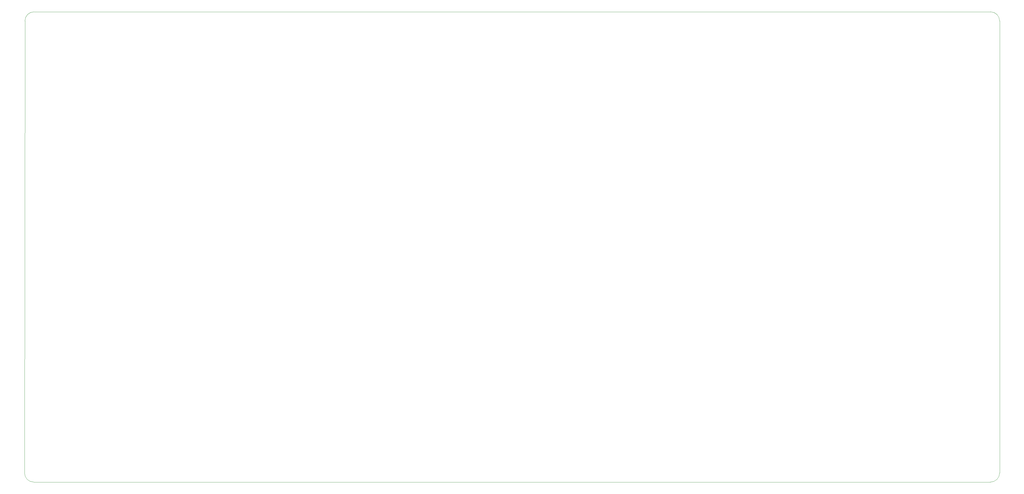
<source format=gbr>
%TF.GenerationSoftware,KiCad,Pcbnew,8.0.2*%
%TF.CreationDate,2024-12-23T20:56:35+01:00*%
%TF.ProjectId,bp-leanplate,62702d6c-6561-46e7-906c-6174652e6b69,rev?*%
%TF.SameCoordinates,Original*%
%TF.FileFunction,Profile,NP*%
%FSLAX46Y46*%
G04 Gerber Fmt 4.6, Leading zero omitted, Abs format (unit mm)*
G04 Created by KiCad (PCBNEW 8.0.2) date 2024-12-23 20:56:35*
%MOMM*%
%LPD*%
G01*
G04 APERTURE LIST*
%TA.AperFunction,Profile*%
%ADD10C,0.100000*%
%TD*%
G04 APERTURE END LIST*
D10*
X20781276Y-185167191D02*
G75*
G02*
X17782470Y-182164725I1194J3000001D01*
G01*
X17782468Y-182164725D02*
X17904535Y-33731533D01*
X337693000Y-182166000D02*
G75*
G02*
X334691809Y-185166000I-3000000J0D01*
G01*
X334691809Y-185166000D02*
X20781276Y-185167191D01*
X334693000Y-30734000D02*
X20904534Y-30734000D01*
X17904535Y-33731533D02*
G75*
G02*
X20904534Y-30734004I2999995J-2467D01*
G01*
X334693000Y-30734000D02*
G75*
G02*
X337693000Y-33734000I0J-3000000D01*
G01*
X337693000Y-182166000D02*
X337693000Y-33734000D01*
M02*

</source>
